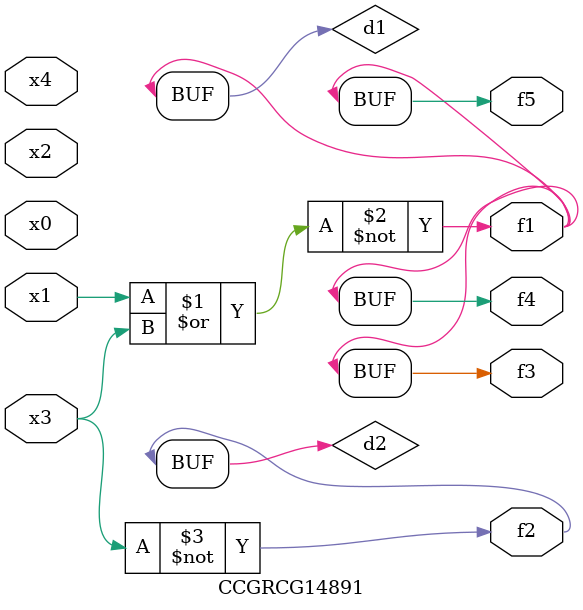
<source format=v>
module CCGRCG14891(
	input x0, x1, x2, x3, x4,
	output f1, f2, f3, f4, f5
);

	wire d1, d2;

	nor (d1, x1, x3);
	not (d2, x3);
	assign f1 = d1;
	assign f2 = d2;
	assign f3 = d1;
	assign f4 = d1;
	assign f5 = d1;
endmodule

</source>
